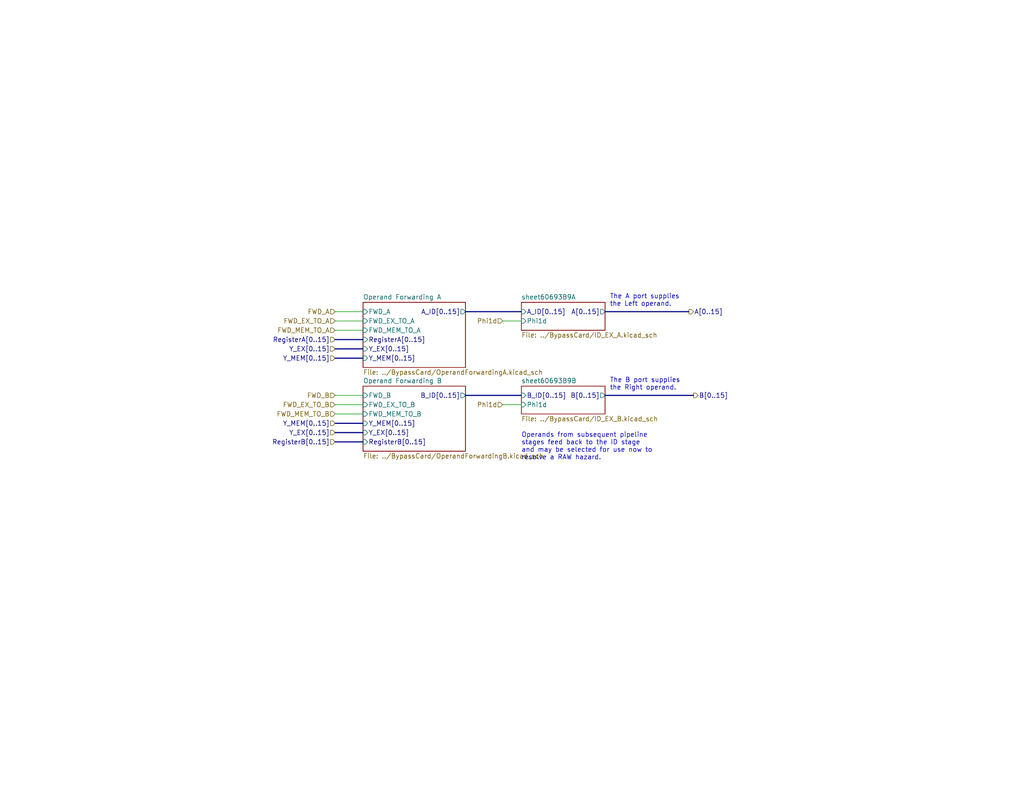
<source format=kicad_sch>
(kicad_sch
	(version 20250114)
	(generator "eeschema")
	(generator_version "9.0")
	(uuid "0b9dd887-f147-44a4-bd5d-7a0d980e90d1")
	(paper "USLetter")
	(title_block
		(date "2025-07-16")
		(rev "A")
	)
	(lib_symbols)
	(text "The A port supplies\nthe Left operand."
		(exclude_from_sim no)
		(at 166.37 83.82 0)
		(effects
			(font
				(size 1.27 1.27)
			)
			(justify left bottom)
		)
		(uuid "39f04d0d-cfda-4e11-811b-a3eebce2ab56")
	)
	(text "The B port supplies\nthe Right operand."
		(exclude_from_sim no)
		(at 166.37 106.68 0)
		(effects
			(font
				(size 1.27 1.27)
			)
			(justify left bottom)
		)
		(uuid "82dc77d5-b8a0-471f-b57d-ac9a4a1920ec")
	)
	(text "Operands from subsequent pipeline\nstages feed back to the ID stage\nand may be selected for use now to\nresolve a RAW hazard."
		(exclude_from_sim no)
		(at 142.24 125.73 0)
		(effects
			(font
				(size 1.27 1.27)
			)
			(justify left bottom)
		)
		(uuid "fdd23716-47e6-4e3c-b409-e6b9720e1476")
	)
	(bus
		(pts
			(xy 91.44 97.79) (xy 99.06 97.79)
		)
		(stroke
			(width 0)
			(type default)
		)
		(uuid "1568ae83-1076-41e9-a02a-cf1669b7f757")
	)
	(wire
		(pts
			(xy 91.44 85.09) (xy 99.06 85.09)
		)
		(stroke
			(width 0)
			(type default)
		)
		(uuid "15ad7508-ca4f-47ea-8c1b-ead1e4aa28cb")
	)
	(bus
		(pts
			(xy 91.44 120.65) (xy 99.06 120.65)
		)
		(stroke
			(width 0)
			(type default)
		)
		(uuid "2e349647-582c-41ef-8052-67635d7436b4")
	)
	(bus
		(pts
			(xy 91.44 92.71) (xy 99.06 92.71)
		)
		(stroke
			(width 0)
			(type default)
		)
		(uuid "3cf9371a-17b5-4e59-a2bd-b2e5388b0334")
	)
	(wire
		(pts
			(xy 91.44 113.03) (xy 99.06 113.03)
		)
		(stroke
			(width 0)
			(type default)
		)
		(uuid "4c37727f-fe8c-4c0c-ab17-5bae959993c3")
	)
	(wire
		(pts
			(xy 91.44 90.17) (xy 99.06 90.17)
		)
		(stroke
			(width 0)
			(type default)
		)
		(uuid "95f3da4e-f660-45a1-aca9-e5aac37dd49c")
	)
	(bus
		(pts
			(xy 187.96 85.09) (xy 165.1 85.09)
		)
		(stroke
			(width 0)
			(type default)
		)
		(uuid "a11f21d3-d67b-41af-904d-3a14723cd131")
	)
	(wire
		(pts
			(xy 137.16 87.63) (xy 142.24 87.63)
		)
		(stroke
			(width 0)
			(type default)
		)
		(uuid "a4f98daa-8ec2-4498-8d78-d9b823f423b2")
	)
	(bus
		(pts
			(xy 91.44 115.57) (xy 99.06 115.57)
		)
		(stroke
			(width 0)
			(type default)
		)
		(uuid "a6b28133-71e8-4fd2-aee6-3ce053a38f4a")
	)
	(wire
		(pts
			(xy 91.44 107.95) (xy 99.06 107.95)
		)
		(stroke
			(width 0)
			(type default)
		)
		(uuid "adf58bdf-f409-43bc-90bf-b36c9183143d")
	)
	(bus
		(pts
			(xy 127 107.95) (xy 142.24 107.95)
		)
		(stroke
			(width 0)
			(type default)
		)
		(uuid "b39159d3-5f5e-4904-9c78-ed706cce7b63")
	)
	(bus
		(pts
			(xy 127 85.09) (xy 142.24 85.09)
		)
		(stroke
			(width 0)
			(type default)
		)
		(uuid "bd3489bd-d885-4101-b4be-dbae61379dad")
	)
	(bus
		(pts
			(xy 189.23 107.95) (xy 165.1 107.95)
		)
		(stroke
			(width 0)
			(type default)
		)
		(uuid "c42855b5-7aac-4c1f-877d-cecca17b7880")
	)
	(bus
		(pts
			(xy 91.44 118.11) (xy 99.06 118.11)
		)
		(stroke
			(width 0)
			(type default)
		)
		(uuid "c4688e34-a7fe-4ab3-a6f9-578640763aef")
	)
	(wire
		(pts
			(xy 137.16 110.49) (xy 142.24 110.49)
		)
		(stroke
			(width 0)
			(type default)
		)
		(uuid "ce395338-05eb-466a-a9e7-3808e864396c")
	)
	(wire
		(pts
			(xy 91.44 87.63) (xy 99.06 87.63)
		)
		(stroke
			(width 0)
			(type default)
		)
		(uuid "dfc51870-99d7-442d-a9b6-32bfd5224ae3")
	)
	(wire
		(pts
			(xy 91.44 110.49) (xy 99.06 110.49)
		)
		(stroke
			(width 0)
			(type default)
		)
		(uuid "e47ea7f3-5295-4668-a36d-4e8bae2fd56f")
	)
	(bus
		(pts
			(xy 91.44 95.25) (xy 99.06 95.25)
		)
		(stroke
			(width 0)
			(type default)
		)
		(uuid "e85d4ca2-d7cb-492b-bd33-afddc1dab501")
	)
	(hierarchical_label "FWD_MEM_TO_A"
		(shape input)
		(at 91.44 90.17 180)
		(effects
			(font
				(size 1.27 1.27)
			)
			(justify right)
		)
		(uuid "03e2745e-bd1e-4d72-b49c-4ed86e353762")
	)
	(hierarchical_label "Y_MEM[0..15]"
		(shape input)
		(at 91.44 115.57 180)
		(effects
			(font
				(size 1.27 1.27)
			)
			(justify right)
		)
		(uuid "0da22159-8bf4-4524-ac6f-e85150513c75")
	)
	(hierarchical_label "FWD_B"
		(shape input)
		(at 91.44 107.95 180)
		(effects
			(font
				(size 1.27 1.27)
			)
			(justify right)
		)
		(uuid "1bc19a27-4e92-42f5-b3a9-b13eb5880b72")
	)
	(hierarchical_label "A[0..15]"
		(shape output)
		(at 187.96 85.09 0)
		(effects
			(font
				(size 1.27 1.27)
			)
			(justify left)
		)
		(uuid "2bdd11cb-b5cb-41b2-87e1-c4cef2354c79")
	)
	(hierarchical_label "FWD_EX_TO_A"
		(shape input)
		(at 91.44 87.63 180)
		(effects
			(font
				(size 1.27 1.27)
			)
			(justify right)
		)
		(uuid "2eaa1cd9-7625-442e-a694-6d3b9d0226d5")
	)
	(hierarchical_label "Y_EX[0..15]"
		(shape input)
		(at 91.44 118.11 180)
		(effects
			(font
				(size 1.27 1.27)
			)
			(justify right)
		)
		(uuid "60b99806-709f-4b67-89ee-116f0163a126")
	)
	(hierarchical_label "Y_MEM[0..15]"
		(shape input)
		(at 91.44 97.79 180)
		(effects
			(font
				(size 1.27 1.27)
			)
			(justify right)
		)
		(uuid "79ad5ee4-7622-4cb0-988d-e4d34f1c3351")
	)
	(hierarchical_label "Phi1d"
		(shape input)
		(at 137.16 87.63 180)
		(effects
			(font
				(size 1.27 1.27)
			)
			(justify right)
		)
		(uuid "a9f79552-6fb3-4b89-9e93-49178a6938a4")
	)
	(hierarchical_label "RegisterB[0..15]"
		(shape input)
		(at 91.44 120.65 180)
		(effects
			(font
				(size 1.27 1.27)
			)
			(justify right)
		)
		(uuid "ae83fff2-ec5f-4d21-9f53-2175e11543f9")
	)
	(hierarchical_label "RegisterA[0..15]"
		(shape input)
		(at 91.44 92.71 180)
		(effects
			(font
				(size 1.27 1.27)
			)
			(justify right)
		)
		(uuid "afcba318-4a60-4ebe-8d40-ec83b18296cf")
	)
	(hierarchical_label "FWD_MEM_TO_B"
		(shape input)
		(at 91.44 113.03 180)
		(effects
			(font
				(size 1.27 1.27)
			)
			(justify right)
		)
		(uuid "b74abf9a-1b67-4a1d-a52a-40d82acbf63a")
	)
	(hierarchical_label "B[0..15]"
		(shape output)
		(at 189.23 107.95 0)
		(effects
			(font
				(size 1.27 1.27)
			)
			(justify left)
		)
		(uuid "b7915988-359a-449d-aa3d-cb2381ea207e")
	)
	(hierarchical_label "FWD_A"
		(shape input)
		(at 91.44 85.09 180)
		(effects
			(font
				(size 1.27 1.27)
			)
			(justify right)
		)
		(uuid "d9bf42b6-9c66-4944-9818-8ed913f68576")
	)
	(hierarchical_label "Y_EX[0..15]"
		(shape input)
		(at 91.44 95.25 180)
		(effects
			(font
				(size 1.27 1.27)
			)
			(justify right)
		)
		(uuid "e2f996a1-2ee2-464f-9a6c-a77148c2a882")
	)
	(hierarchical_label "FWD_EX_TO_B"
		(shape input)
		(at 91.44 110.49 180)
		(effects
			(font
				(size 1.27 1.27)
			)
			(justify right)
		)
		(uuid "ee4e7b8d-3b81-4814-aa0f-bcf6aabc68ea")
	)
	(hierarchical_label "Phi1d"
		(shape input)
		(at 137.16 110.49 180)
		(effects
			(font
				(size 1.27 1.27)
			)
			(justify right)
		)
		(uuid "f66ec99d-a2c0-43db-a30b-2b5fcf981e3d")
	)
	(sheet
		(at 142.24 82.55)
		(size 22.86 7.62)
		(exclude_from_sim no)
		(in_bom yes)
		(on_board yes)
		(dnp no)
		(fields_autoplaced yes)
		(stroke
			(width 0)
			(type solid)
		)
		(fill
			(color 0 0 0 0.0000)
		)
		(uuid "097a8f3d-04b1-4b7c-9023-b6f6b0c017d7")
		(property "Sheetname" "sheet60693B9A"
			(at 142.24 81.8384 0)
			(effects
				(font
					(size 1.27 1.27)
				)
				(justify left bottom)
			)
		)
		(property "Sheetfile" "../BypassCard/ID_EX_A.kicad_sch"
			(at 142.24 90.7546 0)
			(effects
				(font
					(size 1.27 1.27)
				)
				(justify left top)
			)
		)
		(pin "A_ID[0..15]" input
			(at 142.24 85.09 180)
			(uuid "e03dd567-95ec-422c-87bf-16607d0e0278")
			(effects
				(font
					(size 1.27 1.27)
				)
				(justify left)
			)
		)
		(pin "A[0..15]" output
			(at 165.1 85.09 0)
			(uuid "90308529-557d-48f2-8f3a-937ef3b96ab8")
			(effects
				(font
					(size 1.27 1.27)
				)
				(justify right)
			)
		)
		(pin "Phi1d" input
			(at 142.24 87.63 180)
			(uuid "a7151aa1-b373-4c3d-92e1-ad2794222759")
			(effects
				(font
					(size 1.27 1.27)
				)
				(justify left)
			)
		)
		(instances
			(project "Turtle16Computer"
				(path "/83c5181e-f5ee-453c-ae5c-d7256ba8837d/5f0c81ab-e061-46b3-941f-11c63bee39e9"
					(page "34")
				)
			)
			(project ""
				(path "/15958ea4-e442-453c-858c-cce8e26c03e4"
					(page "#")
				)
			)
			(project "BypassCard"
				(path "/0b9dd887-f147-44a4-bd5d-7a0d980e90d1/15958ea4-e442-453c-858c-cce8e26c03e4"
					(page "#")
				)
			)
		)
	)
	(sheet
		(at 142.24 105.41)
		(size 22.86 7.62)
		(exclude_from_sim no)
		(in_bom yes)
		(on_board yes)
		(dnp no)
		(fields_autoplaced yes)
		(stroke
			(width 0)
			(type solid)
		)
		(fill
			(color 0 0 0 0.0000)
		)
		(uuid "308b00b8-9bc8-4f6d-a97b-a673baac1269")
		(property "Sheetname" "sheet60693B9B"
			(at 142.24 104.6984 0)
			(effects
				(font
					(size 1.27 1.27)
				)
				(justify left bottom)
			)
		)
		(property "Sheetfile" "../BypassCard/ID_EX_B.kicad_sch"
			(at 142.24 113.6146 0)
			(effects
				(font
					(size 1.27 1.27)
				)
				(justify left top)
			)
		)
		(pin "B_ID[0..15]" input
			(at 142.24 107.95 180)
			(uuid "adb7d064-e6b9-4b39-a6a8-06bc4340bf34")
			(effects
				(font
					(size 1.27 1.27)
				)
				(justify left)
			)
		)
		(pin "B[0..15]" output
			(at 165.1 107.95 0)
			(uuid "30ca1952-5ae9-42f6-a608-8616ac303474")
			(effects
				(font
					(size 1.27 1.27)
				)
				(justify right)
			)
		)
		(pin "Phi1d" input
			(at 142.24 110.49 180)
			(uuid "6a70830d-7139-430a-b934-b8a8e0173f66")
			(effects
				(font
					(size 1.27 1.27)
				)
				(justify left)
			)
		)
		(instances
			(project "Turtle16Computer"
				(path "/83c5181e-f5ee-453c-ae5c-d7256ba8837d/5f0c81ab-e061-46b3-941f-11c63bee39e9"
					(page "35")
				)
			)
			(project ""
				(path "/15958ea4-e442-453c-858c-cce8e26c03e4"
					(page "#")
				)
			)
			(project "BypassCard"
				(path "/0b9dd887-f147-44a4-bd5d-7a0d980e90d1/15958ea4-e442-453c-858c-cce8e26c03e4"
					(page "#")
				)
			)
		)
	)
	(sheet
		(at 99.06 82.55)
		(size 27.94 17.78)
		(exclude_from_sim no)
		(in_bom yes)
		(on_board yes)
		(dnp no)
		(fields_autoplaced yes)
		(stroke
			(width 0)
			(type solid)
		)
		(fill
			(color 0 0 0 0.0000)
		)
		(uuid "bd5bc204-b8c7-4bbb-837e-63cc5182bfbe")
		(property "Sheetname" "Operand Forwarding A"
			(at 99.06 81.8384 0)
			(effects
				(font
					(size 1.27 1.27)
				)
				(justify left bottom)
			)
		)
		(property "Sheetfile" "../BypassCard/OperandForwardingA.kicad_sch"
			(at 99.06 100.9146 0)
			(effects
				(font
					(size 1.27 1.27)
				)
				(justify left top)
			)
		)
		(pin "FWD_A" input
			(at 99.06 85.09 180)
			(uuid "436824d2-341e-4fa9-8f4c-a35cf6989478")
			(effects
				(font
					(size 1.27 1.27)
				)
				(justify left)
			)
		)
		(pin "A_ID[0..15]" output
			(at 127 85.09 0)
			(uuid "7e82006c-dd37-47e0-820f-b7da7e96d804")
			(effects
				(font
					(size 1.27 1.27)
				)
				(justify right)
			)
		)
		(pin "RegisterA[0..15]" input
			(at 99.06 92.71 180)
			(uuid "94542c49-c869-47d2-8fda-9407c5cf82f8")
			(effects
				(font
					(size 1.27 1.27)
				)
				(justify left)
			)
		)
		(pin "Y_EX[0..15]" input
			(at 99.06 95.25 180)
			(uuid "3444af61-0c70-454f-90b2-b675052197d2")
			(effects
				(font
					(size 1.27 1.27)
				)
				(justify left)
			)
		)
		(pin "Y_MEM[0..15]" input
			(at 99.06 97.79 180)
			(uuid "63911016-a120-4bb4-b25a-94dec2e0a715")
			(effects
				(font
					(size 1.27 1.27)
				)
				(justify left)
			)
		)
		(pin "FWD_EX_TO_A" input
			(at 99.06 87.63 180)
			(uuid "ff710ac3-6841-42a7-8d25-16be8b4c0ada")
			(effects
				(font
					(size 1.27 1.27)
				)
				(justify left)
			)
		)
		(pin "FWD_MEM_TO_A" input
			(at 99.06 90.17 180)
			(uuid "e5183df1-b8f4-4b7f-86c2-69c85f58c405")
			(effects
				(font
					(size 1.27 1.27)
				)
				(justify left)
			)
		)
		(instances
			(project "Turtle16Computer"
				(path "/83c5181e-f5ee-453c-ae5c-d7256ba8837d/5f0c81ab-e061-46b3-941f-11c63bee39e9"
					(page "32")
				)
			)
			(project ""
				(path "/15958ea4-e442-453c-858c-cce8e26c03e4"
					(page "#")
				)
			)
			(project "BypassCard"
				(path "/0b9dd887-f147-44a4-bd5d-7a0d980e90d1/15958ea4-e442-453c-858c-cce8e26c03e4"
					(page "#")
				)
			)
		)
	)
	(sheet
		(at 99.06 105.41)
		(size 27.94 17.78)
		(exclude_from_sim no)
		(in_bom yes)
		(on_board yes)
		(dnp no)
		(fields_autoplaced yes)
		(stroke
			(width 0)
			(type solid)
		)
		(fill
			(color 0 0 0 0.0000)
		)
		(uuid "d57c458c-d6b9-4988-aa86-ff7bb54c7a0d")
		(property "Sheetname" "Operand Forwarding B"
			(at 99.06 104.6984 0)
			(effects
				(font
					(size 1.27 1.27)
				)
				(justify left bottom)
			)
		)
		(property "Sheetfile" "../BypassCard/OperandForwardingB.kicad_sch"
			(at 99.06 123.7746 0)
			(effects
				(font
					(size 1.27 1.27)
				)
				(justify left top)
			)
		)
		(pin "FWD_B" input
			(at 99.06 107.95 180)
			(uuid "5ca22d9f-8748-4e7d-8dc4-8e9f08917c75")
			(effects
				(font
					(size 1.27 1.27)
				)
				(justify left)
			)
		)
		(pin "B_ID[0..15]" output
			(at 127 107.95 0)
			(uuid "2201a09b-b877-4c28-acf9-713142055c13")
			(effects
				(font
					(size 1.27 1.27)
				)
				(justify right)
			)
		)
		(pin "RegisterB[0..15]" input
			(at 99.06 120.65 180)
			(uuid "ad67b386-dcb9-4054-92e9-0b9cfc841ae8")
			(effects
				(font
					(size 1.27 1.27)
				)
				(justify left)
			)
		)
		(pin "Y_EX[0..15]" input
			(at 99.06 118.11 180)
			(uuid "d928ff4f-c51d-496e-b61f-10eedce0ff9b")
			(effects
				(font
					(size 1.27 1.27)
				)
				(justify left)
			)
		)
		(pin "Y_MEM[0..15]" input
			(at 99.06 115.57 180)
			(uuid "b0f735d9-14ab-4fd2-9777-9439f9c41401")
			(effects
				(font
					(size 1.27 1.27)
				)
				(justify left)
			)
		)
		(pin "FWD_EX_TO_B" input
			(at 99.06 110.49 180)
			(uuid "b65e017e-93fb-4c23-b5aa-e19320633fef")
			(effects
				(font
					(size 1.27 1.27)
				)
				(justify left)
			)
		)
		(pin "FWD_MEM_TO_B" input
			(at 99.06 113.03 180)
			(uuid "d32d390a-9a5b-445e-8c75-163f42db9a17")
			(effects
				(font
					(size 1.27 1.27)
				)
				(justify left)
			)
		)
		(instances
			(project "Turtle16Computer"
				(path "/83c5181e-f5ee-453c-ae5c-d7256ba8837d/5f0c81ab-e061-46b3-941f-11c63bee39e9"
					(page "33")
				)
			)
			(project ""
				(path "/15958ea4-e442-453c-858c-cce8e26c03e4"
					(page "#")
				)
			)
			(project "BypassCard"
				(path "/0b9dd887-f147-44a4-bd5d-7a0d980e90d1/15958ea4-e442-453c-858c-cce8e26c03e4"
					(page "#")
				)
			)
		)
	)
)

</source>
